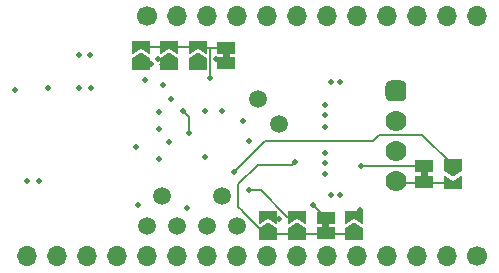
<source format=gbr>
%TF.GenerationSoftware,KiCad,Pcbnew,8.0.5*%
%TF.CreationDate,2024-09-24T12:34:27-04:00*%
%TF.ProjectId,afe-featherwing,6166652d-6665-4617-9468-657277696e67,rev?*%
%TF.SameCoordinates,Original*%
%TF.FileFunction,Copper,L4,Bot*%
%TF.FilePolarity,Positive*%
%FSLAX46Y46*%
G04 Gerber Fmt 4.6, Leading zero omitted, Abs format (unit mm)*
G04 Created by KiCad (PCBNEW 8.0.5) date 2024-09-24 12:34:27*
%MOMM*%
%LPD*%
G01*
G04 APERTURE LIST*
G04 Aperture macros list*
%AMRoundRect*
0 Rectangle with rounded corners*
0 $1 Rounding radius*
0 $2 $3 $4 $5 $6 $7 $8 $9 X,Y pos of 4 corners*
0 Add a 4 corners polygon primitive as box body*
4,1,4,$2,$3,$4,$5,$6,$7,$8,$9,$2,$3,0*
0 Add four circle primitives for the rounded corners*
1,1,$1+$1,$2,$3*
1,1,$1+$1,$4,$5*
1,1,$1+$1,$6,$7*
1,1,$1+$1,$8,$9*
0 Add four rect primitives between the rounded corners*
20,1,$1+$1,$2,$3,$4,$5,0*
20,1,$1+$1,$4,$5,$6,$7,0*
20,1,$1+$1,$6,$7,$8,$9,0*
20,1,$1+$1,$8,$9,$2,$3,0*%
%AMFreePoly0*
4,1,6,1.000000,0.000000,0.500000,-0.750000,-0.500000,-0.750000,-0.500000,0.750000,0.500000,0.750000,1.000000,0.000000,1.000000,0.000000,$1*%
%AMFreePoly1*
4,1,6,0.500000,-0.750000,-0.650000,-0.750000,-0.150000,0.000000,-0.650000,0.750000,0.500000,0.750000,0.500000,-0.750000,0.500000,-0.750000,$1*%
G04 Aperture macros list end*
%TA.AperFunction,EtchedComponent*%
%ADD10C,0.000000*%
%TD*%
%TA.AperFunction,SMDPad,CuDef*%
%ADD11FreePoly0,90.000000*%
%TD*%
%TA.AperFunction,SMDPad,CuDef*%
%ADD12FreePoly1,90.000000*%
%TD*%
%TA.AperFunction,ComponentPad*%
%ADD13C,1.500000*%
%TD*%
%TA.AperFunction,SMDPad,CuDef*%
%ADD14R,1.500000X1.000000*%
%TD*%
%TA.AperFunction,SMDPad,CuDef*%
%ADD15FreePoly0,270.000000*%
%TD*%
%TA.AperFunction,SMDPad,CuDef*%
%ADD16FreePoly1,270.000000*%
%TD*%
%TA.AperFunction,ComponentPad*%
%ADD17RoundRect,0.444500X-0.444500X0.444500X-0.444500X-0.444500X0.444500X-0.444500X0.444500X0.444500X0*%
%TD*%
%TA.AperFunction,ComponentPad*%
%ADD18C,1.778000*%
%TD*%
%TA.AperFunction,ComponentPad*%
%ADD19C,1.700000*%
%TD*%
%TA.AperFunction,ComponentPad*%
%ADD20O,1.700000X1.700000*%
%TD*%
%TA.AperFunction,ViaPad*%
%ADD21C,0.508000*%
%TD*%
%TA.AperFunction,Conductor*%
%ADD22C,0.152400*%
%TD*%
G04 APERTURE END LIST*
D10*
%TA.AperFunction,EtchedComponent*%
%TO.C,JP10*%
G36*
X172385000Y-96135000D02*
G01*
X171785000Y-96135000D01*
X171785000Y-95635000D01*
X172385000Y-95635000D01*
X172385000Y-96135000D01*
G37*
%TD.AperFunction*%
%TA.AperFunction,EtchedComponent*%
%TO.C,JP1*%
G36*
X155621000Y-86102000D02*
G01*
X155021000Y-86102000D01*
X155021000Y-85602000D01*
X155621000Y-85602000D01*
X155621000Y-86102000D01*
G37*
%TD.AperFunction*%
%TA.AperFunction,EtchedComponent*%
%TO.C,JP5*%
G36*
X164022400Y-100490000D02*
G01*
X163422400Y-100490000D01*
X163422400Y-99990000D01*
X164022400Y-99990000D01*
X164022400Y-100490000D01*
G37*
%TD.AperFunction*%
%TD*%
D11*
%TO.P,JP8,1,A*%
%TO.N,/RECTIFIER_OUT*%
X158877000Y-100965000D03*
D12*
%TO.P,JP8,2,B*%
%TO.N,Net-(JP8-B)*%
X158877000Y-99515000D03*
%TD*%
D11*
%TO.P,JP7,1,A*%
%TO.N,/RECTIFIER_OUT*%
X161309400Y-100965000D03*
D12*
%TO.P,JP7,2,B*%
%TO.N,Net-(JP7-B)*%
X161309400Y-99515000D03*
%TD*%
D13*
%TO.P,TP8,1,1*%
%TO.N,/ENVF_OUT_SCALED*%
X154940000Y-97790000D03*
%TD*%
%TO.P,TP7,1,1*%
%TO.N,/EF_OUT*%
X159766000Y-91694000D03*
%TD*%
%TO.P,TP6,1,1*%
%TO.N,/AMP_OUT {slash} EF_IN*%
X157988000Y-89535000D03*
%TD*%
%TO.P,TP5,1,1*%
%TO.N,/A3*%
X156210000Y-100330000D03*
%TD*%
%TO.P,TP4,1,1*%
%TO.N,/A2*%
X153670000Y-100330000D03*
%TD*%
%TO.P,TP3,1,1*%
%TO.N,/A1*%
X151130000Y-100330000D03*
%TD*%
%TO.P,TP2,1,1*%
%TO.N,/A0*%
X148590000Y-100330000D03*
%TD*%
%TO.P,TP1,1,1*%
%TO.N,/AMP_OUT_SCALED*%
X149860000Y-97790000D03*
%TD*%
D14*
%TO.P,JP10,1,A*%
%TO.N,/ENVF_OUT_SCALED*%
X172085000Y-95235000D03*
%TO.P,JP10,2,B*%
%TO.N,Net-(JP10-B)*%
X172085000Y-96535000D03*
%TD*%
%TO.P,JP1,1,A*%
%TO.N,Net-(JP1-A)*%
X155321000Y-86502000D03*
%TO.P,JP1,2,B*%
%TO.N,Net-(JP1-B)*%
X155321000Y-85202000D03*
%TD*%
D15*
%TO.P,JP9,1,A*%
%TO.N,/EF_BUFFERED*%
X174498000Y-95160000D03*
D16*
%TO.P,JP9,2,B*%
%TO.N,Net-(JP10-B)*%
X174498000Y-96610000D03*
%TD*%
D11*
%TO.P,JP6,1,A*%
%TO.N,/RECTIFIER_OUT*%
X166135400Y-100965000D03*
D12*
%TO.P,JP6,2,B*%
%TO.N,Net-(JP6-B)*%
X166135400Y-99515000D03*
%TD*%
D14*
%TO.P,JP5,1,A*%
%TO.N,/RECTIFIER_OUT*%
X163722400Y-100890000D03*
%TO.P,JP5,2,B*%
%TO.N,Net-(JP5-B)*%
X163722400Y-99590000D03*
%TD*%
D11*
%TO.P,JP4,1,A*%
%TO.N,Net-(JP4-A)*%
X148082000Y-86577000D03*
D12*
%TO.P,JP4,2,B*%
%TO.N,Net-(JP1-B)*%
X148082000Y-85127000D03*
%TD*%
D11*
%TO.P,JP3,1,A*%
%TO.N,Net-(JP3-A)*%
X150495000Y-86577000D03*
D12*
%TO.P,JP3,2,B*%
%TO.N,Net-(JP1-B)*%
X150495000Y-85127000D03*
%TD*%
D11*
%TO.P,JP2,1,A*%
%TO.N,Net-(JP2-A)*%
X152908000Y-86577000D03*
D12*
%TO.P,JP2,2,B*%
%TO.N,Net-(JP1-B)*%
X152908000Y-85127000D03*
%TD*%
D17*
%TO.P,J5,1*%
%TO.N,+12V*%
X169672000Y-88900000D03*
D18*
%TO.P,J5,2*%
%TO.N,GND*%
X169672000Y-91440000D03*
%TO.P,J5,3*%
%TO.N,-12V*%
X169672000Y-93980000D03*
%TO.P,J5,4*%
%TO.N,Net-(JP10-B)*%
X169672000Y-96520000D03*
%TD*%
D19*
%TO.P,J3,1*%
%TO.N,/VBAT*%
X148590000Y-82550000D03*
D20*
%TO.P,J3,2*%
%TO.N,/~{EN}*%
X151130000Y-82550000D03*
%TO.P,J3,3*%
%TO.N,/USB*%
X153670000Y-82550000D03*
%TO.P,J3,4*%
%TO.N,/D13*%
X156210000Y-82550000D03*
%TO.P,J3,5*%
%TO.N,/D12*%
X158750000Y-82550000D03*
%TO.P,J3,6*%
%TO.N,/D11*%
X161290000Y-82550000D03*
%TO.P,J3,7*%
%TO.N,/D10*%
X163830000Y-82550000D03*
%TO.P,J3,8*%
%TO.N,/D9*%
X166370000Y-82550000D03*
%TO.P,J3,9*%
%TO.N,/D6*%
X168910000Y-82550000D03*
%TO.P,J3,10*%
%TO.N,unconnected-(J3-Pad10)*%
X171450000Y-82550000D03*
%TO.P,J3,11*%
%TO.N,/SCL*%
X173990000Y-82550000D03*
%TO.P,J3,12*%
%TO.N,/SDA*%
X176530000Y-82550000D03*
%TD*%
%TO.P,J2,16*%
%TO.N,/~{RST}*%
X138430000Y-102870000D03*
%TO.P,J2,15*%
%TO.N,unconnected-(J2-Pad15)*%
X140970000Y-102870000D03*
%TO.P,J2,14*%
%TO.N,/VREF*%
X143510000Y-102870000D03*
%TO.P,J2,13*%
%TO.N,GND*%
X146050000Y-102870000D03*
%TO.P,J2,12*%
%TO.N,/A0*%
X148590000Y-102870000D03*
%TO.P,J2,11*%
%TO.N,/A1*%
X151130000Y-102870000D03*
%TO.P,J2,10*%
%TO.N,/A2*%
X153670000Y-102870000D03*
%TO.P,J2,9*%
%TO.N,/A3*%
X156210000Y-102870000D03*
%TO.P,J2,8*%
%TO.N,unconnected-(J2-Pad8)*%
X158750000Y-102870000D03*
%TO.P,J2,7*%
%TO.N,unconnected-(J2-Pad7)*%
X161290000Y-102870000D03*
%TO.P,J2,6*%
%TO.N,/SCK*%
X163830000Y-102870000D03*
%TO.P,J2,5*%
%TO.N,/MOSI*%
X166370000Y-102870000D03*
%TO.P,J2,4*%
%TO.N,/MISO*%
X168910000Y-102870000D03*
%TO.P,J2,3*%
%TO.N,/RX*%
X171450000Y-102870000D03*
%TO.P,J2,2*%
%TO.N,/TX*%
X173990000Y-102870000D03*
D19*
%TO.P,J2,1*%
%TO.N,/USER*%
X176530000Y-102870000D03*
%TD*%
D21*
%TO.N,Net-(JP8-B)*%
X159766000Y-99695000D03*
%TO.N,Net-(JP5-B)*%
X162684400Y-98552000D03*
%TO.N,Net-(JP6-B)*%
X166624000Y-98933000D03*
%TO.N,/EF_BUFFERED*%
X155956000Y-95758000D03*
%TO.N,/RECTIFIER_OUT*%
X161163000Y-94869000D03*
%TO.N,/ENVF_OUT_SCALED*%
X166751000Y-95250000D03*
%TO.N,GND*%
X152019000Y-98806000D03*
X147828000Y-98552000D03*
%TO.N,/AMP_OUT {slash} EF_IN*%
X151638000Y-90551000D03*
X152146000Y-92456000D03*
%TO.N,Net-(JP7-B)*%
X157226000Y-97282000D03*
%TO.N,Net-(JP3-A)*%
X149509400Y-86113835D03*
%TO.N,Net-(JP4-A)*%
X148971000Y-86614000D03*
%TO.N,Net-(JP2-A)*%
X152971974Y-85915974D03*
%TO.N,Net-(JP1-B)*%
X153924000Y-87757000D03*
%TO.N,Net-(JP1-A)*%
X154432615Y-86151654D03*
%TO.N,+12V*%
X148463000Y-87916400D03*
X150622000Y-89535000D03*
X153543000Y-90551000D03*
X156718000Y-91440000D03*
X164973000Y-88138000D03*
X164211000Y-88138000D03*
%TO.N,-12V*%
X147701000Y-93631400D03*
X150495000Y-93218000D03*
X153543000Y-94488000D03*
X157226000Y-93091000D03*
X164973000Y-97663000D03*
X164211000Y-97663000D03*
%TO.N,GND*%
X149606000Y-92075000D03*
X163703000Y-91948000D03*
X163703000Y-90932000D03*
X163703000Y-90043000D03*
X163703000Y-95885000D03*
X163703000Y-94996000D03*
X163703000Y-94107000D03*
X138430000Y-96520000D03*
X139446000Y-96520000D03*
X140208000Y-88646000D03*
X137414000Y-88773000D03*
X142875000Y-88646000D03*
X143891000Y-88646000D03*
X143764000Y-85852000D03*
X142875000Y-85852000D03*
X149987000Y-88392000D03*
X149606000Y-94615000D03*
X149606000Y-90678000D03*
X154940000Y-90551000D03*
%TD*%
D22*
%TO.N,Net-(JP8-B)*%
X159057000Y-99695000D02*
X158877000Y-99515000D01*
X159766000Y-99695000D02*
X159057000Y-99695000D01*
%TO.N,Net-(JP6-B)*%
X166624000Y-99026400D02*
X166135400Y-99515000D01*
X166624000Y-98933000D02*
X166624000Y-99026400D01*
%TO.N,/ENVF_OUT_SCALED*%
X167894000Y-95235000D02*
X172085000Y-95235000D01*
X167879000Y-95250000D02*
X167894000Y-95235000D01*
X166751000Y-95250000D02*
X167879000Y-95250000D01*
%TO.N,/EF_BUFFERED*%
X167767000Y-93091000D02*
X158623000Y-93091000D01*
X168275000Y-92583000D02*
X167767000Y-93091000D01*
X171921000Y-92583000D02*
X168275000Y-92583000D01*
X174498000Y-95160000D02*
X171921000Y-92583000D01*
%TO.N,Net-(JP10-B)*%
X169762000Y-96610000D02*
X169672000Y-96520000D01*
X174498000Y-96610000D02*
X169762000Y-96610000D01*
%TO.N,/AMP_OUT {slash} EF_IN*%
X152146000Y-91059000D02*
X152146000Y-92456000D01*
X151638000Y-90551000D02*
X152146000Y-91059000D01*
%TO.N,/EF_BUFFERED*%
X158623000Y-93091000D02*
X155956000Y-95758000D01*
%TO.N,/RECTIFIER_OUT*%
X158877000Y-100965000D02*
X166135400Y-100965000D01*
X158596776Y-100965000D02*
X158877000Y-100965000D01*
X156718000Y-99086224D02*
X158596776Y-100965000D01*
X156718000Y-99060000D02*
X156718000Y-99086224D01*
X156337000Y-98679000D02*
X156718000Y-99060000D01*
X156337000Y-96774000D02*
X156337000Y-98679000D01*
X157988000Y-95123000D02*
X156337000Y-96774000D01*
X160909000Y-95123000D02*
X157988000Y-95123000D01*
X161163000Y-94869000D02*
X160909000Y-95123000D01*
%TO.N,Net-(JP7-B)*%
X158224362Y-97282000D02*
X157226000Y-97282000D01*
X160457362Y-99515000D02*
X158224362Y-97282000D01*
X161309400Y-99515000D02*
X160457362Y-99515000D01*
%TO.N,Net-(JP5-B)*%
X163722400Y-99590000D02*
X162684400Y-98552000D01*
%TO.N,Net-(JP1-B)*%
X154051000Y-85202000D02*
X155321000Y-85202000D01*
X153924000Y-87757000D02*
X153924000Y-85329000D01*
X153924000Y-85329000D02*
X154051000Y-85202000D01*
X150495000Y-85127000D02*
X148082000Y-85127000D01*
X152908000Y-85127000D02*
X150495000Y-85127000D01*
X152983000Y-85202000D02*
X152908000Y-85127000D01*
X155321000Y-85202000D02*
X152983000Y-85202000D01*
%TO.N,Net-(JP3-A)*%
X149509400Y-86113835D02*
X150031835Y-86113835D01*
X150031835Y-86113835D02*
X150495000Y-86577000D01*
%TO.N,Net-(JP2-A)*%
X152971974Y-85915974D02*
X153033103Y-85854845D01*
%TO.N,Net-(JP3-A)*%
X149770000Y-86577000D02*
X149733000Y-86614000D01*
X150495000Y-86577000D02*
X149770000Y-86577000D01*
%TO.N,Net-(JP2-A)*%
X152908000Y-85979948D02*
X152971974Y-85915974D01*
X152908000Y-86577000D02*
X152908000Y-85979948D01*
%TD*%
M02*

</source>
